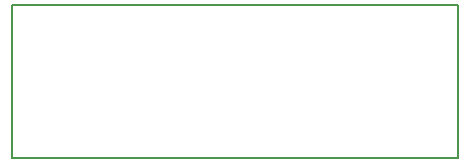
<source format=gm1>
G04 #@! TF.GenerationSoftware,KiCad,Pcbnew,5.0.2-bee76a0~70~ubuntu18.04.1*
G04 #@! TF.CreationDate,2020-07-16T16:32:00+05:30*
G04 #@! TF.ProjectId,plug_with_power_1A_v1.1,706c7567-5f77-4697-9468-5f706f776572,rev?*
G04 #@! TF.SameCoordinates,Original*
G04 #@! TF.FileFunction,Profile,NP*
%FSLAX46Y46*%
G04 Gerber Fmt 4.6, Leading zero omitted, Abs format (unit mm)*
G04 Created by KiCad (PCBNEW 5.0.2-bee76a0~70~ubuntu18.04.1) date Thu Jul 16 16:32:00 2020*
%MOMM*%
%LPD*%
G01*
G04 APERTURE LIST*
%ADD10C,0.150000*%
G04 APERTURE END LIST*
D10*
X92250000Y-70500000D02*
X130000000Y-70500000D01*
X92275000Y-83500000D02*
X92250000Y-70500000D01*
X130000000Y-83500000D02*
X92275000Y-83500000D01*
X130000000Y-70500000D02*
X130000000Y-83500000D01*
M02*

</source>
